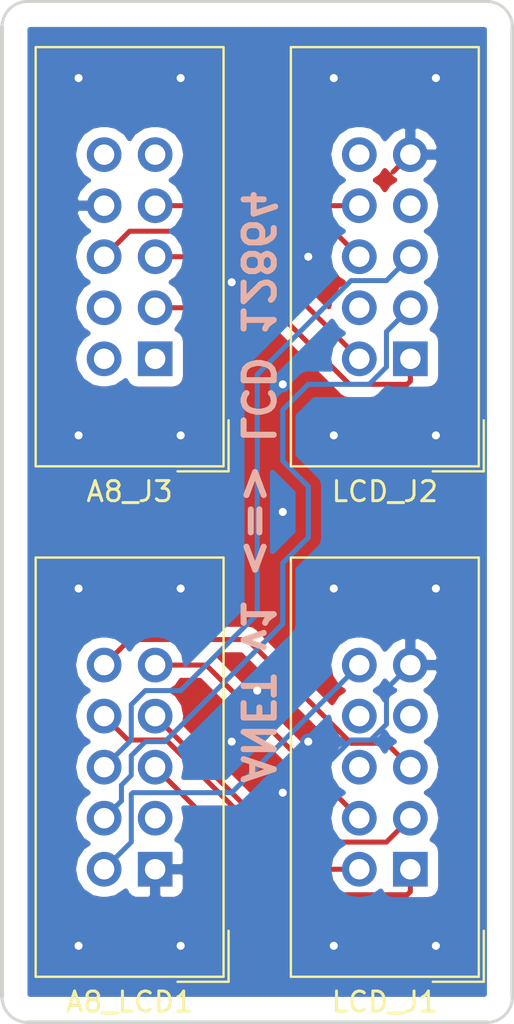
<source format=kicad_pcb>
(kicad_pcb (version 20171130) (host pcbnew 5.0.0+dfsg1-2)

  (general
    (thickness 1.6)
    (drawings 9)
    (tracks 97)
    (zones 0)
    (modules 4)
    (nets 26)
  )

  (page A4)
  (layers
    (0 F.Cu signal)
    (31 B.Cu signal)
    (32 B.Adhes user)
    (33 F.Adhes user)
    (34 B.Paste user)
    (35 F.Paste user)
    (36 B.SilkS user)
    (37 F.SilkS user)
    (38 B.Mask user)
    (39 F.Mask user)
    (40 Dwgs.User user)
    (41 Cmts.User user)
    (42 Eco1.User user)
    (43 Eco2.User user)
    (44 Edge.Cuts user)
    (45 Margin user)
    (46 B.CrtYd user)
    (47 F.CrtYd user)
    (48 B.Fab user)
    (49 F.Fab user)
  )

  (setup
    (last_trace_width 0.25)
    (trace_clearance 0.2)
    (zone_clearance 0.508)
    (zone_45_only no)
    (trace_min 0.2)
    (segment_width 0.2)
    (edge_width 0.15)
    (via_size 0.8)
    (via_drill 0.4)
    (via_min_size 0.4)
    (via_min_drill 0.3)
    (uvia_size 0.3)
    (uvia_drill 0.1)
    (uvias_allowed no)
    (uvia_min_size 0.2)
    (uvia_min_drill 0.1)
    (pcb_text_width 0.3)
    (pcb_text_size 1.5 1.5)
    (mod_edge_width 0.15)
    (mod_text_size 1 1)
    (mod_text_width 0.15)
    (pad_size 1.7272 1.7272)
    (pad_drill 1.016)
    (pad_to_mask_clearance 0.2)
    (aux_axis_origin 0 0)
    (visible_elements FFFFFF7F)
    (pcbplotparams
      (layerselection 0x010fc_ffffffff)
      (usegerberextensions false)
      (usegerberattributes false)
      (usegerberadvancedattributes false)
      (creategerberjobfile false)
      (excludeedgelayer true)
      (linewidth 0.100000)
      (plotframeref false)
      (viasonmask false)
      (mode 1)
      (useauxorigin false)
      (hpglpennumber 1)
      (hpglpenspeed 20)
      (hpglpendiameter 15.000000)
      (psnegative false)
      (psa4output false)
      (plotreference true)
      (plotvalue true)
      (plotinvisibletext false)
      (padsonsilk false)
      (subtractmaskfromsilk false)
      (outputformat 1)
      (mirror false)
      (drillshape 1)
      (scaleselection 1)
      (outputdirectory ""))
  )

  (net 0 "")
  (net 1 "Net-(A8_J3-Pad10)")
  (net 2 "Net-(A8_J3-Pad9)")
  (net 3 "Net-(A8_J3-Pad7)")
  (net 4 "Net-(A8_J3-Pad6)")
  (net 5 "Net-(A8_J3-Pad5)")
  (net 6 "Net-(A8_J3-Pad4)")
  (net 7 "Net-(A8_J3-Pad3)")
  (net 8 "Net-(A8_J3-Pad2)")
  (net 9 "Net-(A8_J3-Pad1)")
  (net 10 "Net-(A8_LCD1-Pad2)")
  (net 11 "Net-(A8_LCD1-Pad3)")
  (net 12 "Net-(A8_LCD1-Pad4)")
  (net 13 "Net-(A8_LCD1-Pad5)")
  (net 14 "Net-(A8_LCD1-Pad6)")
  (net 15 "Net-(A8_LCD1-Pad7)")
  (net 16 "Net-(A8_LCD1-Pad8)")
  (net 17 "Net-(A8_LCD1-Pad9)")
  (net 18 "Net-(A8_LCD1-Pad10)")
  (net 19 "Net-(LCD_J1-Pad6)")
  (net 20 "Net-(LCD_J1-Pad7)")
  (net 21 "Net-(LCD_J1-Pad8)")
  (net 22 "Net-(LCD_J2-Pad10)")
  (net 23 "Net-(LCD_J2-Pad7)")
  (net 24 "Net-(LCD_J2-Pad4)")
  (net 25 GND)

  (net_class Default "This is the default net class."
    (clearance 0.2)
    (trace_width 0.25)
    (via_dia 0.8)
    (via_drill 0.4)
    (uvia_dia 0.3)
    (uvia_drill 0.1)
    (add_net GND)
    (add_net "Net-(A8_J3-Pad1)")
    (add_net "Net-(A8_J3-Pad10)")
    (add_net "Net-(A8_J3-Pad2)")
    (add_net "Net-(A8_J3-Pad3)")
    (add_net "Net-(A8_J3-Pad4)")
    (add_net "Net-(A8_J3-Pad5)")
    (add_net "Net-(A8_J3-Pad6)")
    (add_net "Net-(A8_J3-Pad7)")
    (add_net "Net-(A8_J3-Pad9)")
    (add_net "Net-(A8_LCD1-Pad10)")
    (add_net "Net-(A8_LCD1-Pad2)")
    (add_net "Net-(A8_LCD1-Pad3)")
    (add_net "Net-(A8_LCD1-Pad4)")
    (add_net "Net-(A8_LCD1-Pad5)")
    (add_net "Net-(A8_LCD1-Pad6)")
    (add_net "Net-(A8_LCD1-Pad7)")
    (add_net "Net-(A8_LCD1-Pad8)")
    (add_net "Net-(A8_LCD1-Pad9)")
    (add_net "Net-(LCD_J1-Pad6)")
    (add_net "Net-(LCD_J1-Pad7)")
    (add_net "Net-(LCD_J1-Pad8)")
    (add_net "Net-(LCD_J2-Pad10)")
    (add_net "Net-(LCD_J2-Pad4)")
    (add_net "Net-(LCD_J2-Pad7)")
  )

  (module Connector_IDC:IDC-Header_2x05_P2.54mm_Vertical (layer F.Cu) (tedit 59DE0611) (tstamp 5C852838)
    (at 104.14 130.81 180)
    (descr "Through hole straight IDC box header, 2x05, 2.54mm pitch, double rows")
    (tags "Through hole IDC box header THT 2x05 2.54mm double row")
    (path /5C77C650)
    (fp_text reference LCD_J1 (at 1.27 -6.604 180) (layer F.SilkS)
      (effects (font (size 1 1) (thickness 0.15)))
    )
    (fp_text value LCD_J1 (at 1.27 16.764 180) (layer F.Fab)
      (effects (font (size 1 1) (thickness 0.15)))
    )
    (fp_text user %R (at 1.27 5.08 180) (layer F.Fab)
      (effects (font (size 1 1) (thickness 0.15)))
    )
    (fp_line (start 5.695 -5.1) (end 5.695 15.26) (layer F.Fab) (width 0.1))
    (fp_line (start 5.145 -4.56) (end 5.145 14.7) (layer F.Fab) (width 0.1))
    (fp_line (start -3.155 -5.1) (end -3.155 15.26) (layer F.Fab) (width 0.1))
    (fp_line (start -2.605 -4.56) (end -2.605 2.83) (layer F.Fab) (width 0.1))
    (fp_line (start -2.605 7.33) (end -2.605 14.7) (layer F.Fab) (width 0.1))
    (fp_line (start -2.605 2.83) (end -3.155 2.83) (layer F.Fab) (width 0.1))
    (fp_line (start -2.605 7.33) (end -3.155 7.33) (layer F.Fab) (width 0.1))
    (fp_line (start 5.695 -5.1) (end -3.155 -5.1) (layer F.Fab) (width 0.1))
    (fp_line (start 5.145 -4.56) (end -2.605 -4.56) (layer F.Fab) (width 0.1))
    (fp_line (start 5.695 15.26) (end -3.155 15.26) (layer F.Fab) (width 0.1))
    (fp_line (start 5.145 14.7) (end -2.605 14.7) (layer F.Fab) (width 0.1))
    (fp_line (start 5.695 -5.1) (end 5.145 -4.56) (layer F.Fab) (width 0.1))
    (fp_line (start 5.695 15.26) (end 5.145 14.7) (layer F.Fab) (width 0.1))
    (fp_line (start -3.155 -5.1) (end -2.605 -4.56) (layer F.Fab) (width 0.1))
    (fp_line (start -3.155 15.26) (end -2.605 14.7) (layer F.Fab) (width 0.1))
    (fp_line (start 5.95 -5.35) (end 5.95 15.51) (layer F.CrtYd) (width 0.05))
    (fp_line (start 5.95 15.51) (end -3.41 15.51) (layer F.CrtYd) (width 0.05))
    (fp_line (start -3.41 15.51) (end -3.41 -5.35) (layer F.CrtYd) (width 0.05))
    (fp_line (start -3.41 -5.35) (end 5.95 -5.35) (layer F.CrtYd) (width 0.05))
    (fp_line (start 5.945 -5.35) (end 5.945 15.51) (layer F.SilkS) (width 0.12))
    (fp_line (start 5.945 15.51) (end -3.405 15.51) (layer F.SilkS) (width 0.12))
    (fp_line (start -3.405 15.51) (end -3.405 -5.35) (layer F.SilkS) (width 0.12))
    (fp_line (start -3.405 -5.35) (end 5.945 -5.35) (layer F.SilkS) (width 0.12))
    (fp_line (start -3.655 -5.6) (end -3.655 -3.06) (layer F.SilkS) (width 0.12))
    (fp_line (start -3.655 -5.6) (end -1.115 -5.6) (layer F.SilkS) (width 0.12))
    (pad 1 thru_hole rect (at 0 0 180) (size 1.7272 1.7272) (drill 1.016) (layers *.Cu *.Mask)
      (net 13 "Net-(A8_LCD1-Pad5)"))
    (pad 2 thru_hole oval (at 2.54 0 180) (size 1.7272 1.7272) (drill 1.016) (layers *.Cu *.Mask)
      (net 16 "Net-(A8_LCD1-Pad8)"))
    (pad 3 thru_hole oval (at 0 2.54 180) (size 1.7272 1.7272) (drill 1.016) (layers *.Cu *.Mask)
      (net 15 "Net-(A8_LCD1-Pad7)"))
    (pad 4 thru_hole oval (at 2.54 2.54 180) (size 1.7272 1.7272) (drill 1.016) (layers *.Cu *.Mask)
      (net 17 "Net-(A8_LCD1-Pad9)"))
    (pad 5 thru_hole oval (at 0 5.08 180) (size 1.7272 1.7272) (drill 1.016) (layers *.Cu *.Mask)
      (net 18 "Net-(A8_LCD1-Pad10)"))
    (pad 6 thru_hole oval (at 2.54 5.08 180) (size 1.7272 1.7272) (drill 1.016) (layers *.Cu *.Mask)
      (net 19 "Net-(LCD_J1-Pad6)"))
    (pad 7 thru_hole oval (at 0 7.62 180) (size 1.7272 1.7272) (drill 1.016) (layers *.Cu *.Mask)
      (net 20 "Net-(LCD_J1-Pad7)"))
    (pad 8 thru_hole oval (at 2.54 7.62 180) (size 1.7272 1.7272) (drill 1.016) (layers *.Cu *.Mask)
      (net 21 "Net-(LCD_J1-Pad8)"))
    (pad 9 thru_hole oval (at 0 10.16 180) (size 1.7272 1.7272) (drill 1.016) (layers *.Cu *.Mask)
      (net 25 GND))
    (pad 10 thru_hole oval (at 2.54 10.16 180) (size 1.7272 1.7272) (drill 1.016) (layers *.Cu *.Mask)
      (net 10 "Net-(A8_LCD1-Pad2)"))
    (model ${KISYS3DMOD}/Connector_IDC.3dshapes/IDC-Header_2x05_P2.54mm_Vertical.wrl
      (at (xyz 0 0 0))
      (scale (xyz 1 1 1))
      (rotate (xyz 0 0 0))
    )
    (model /home/user/anet/pcb/AB2_HDR_M05-2V-S-3M.wrl
      (offset (xyz 1.25 -5.1 0.5))
      (scale (xyz 0.395 0.4 0.4))
      (rotate (xyz 0 0 90))
    )
  )

  (module Connector_IDC:IDC-Header_2x05_P2.54mm_Vertical (layer F.Cu) (tedit 5C76BC15) (tstamp 5C8527C4)
    (at 91.44 105.41 180)
    (descr "Through hole straight IDC box header, 2x05, 2.54mm pitch, double rows")
    (tags "Through hole IDC box header THT 2x05 2.54mm double row")
    (path /5C77C607)
    (fp_text reference A8_J3 (at 1.27 -6.604 180) (layer F.SilkS)
      (effects (font (size 1 1) (thickness 0.15)))
    )
    (fp_text value A8_J3 (at 1.27 16.764 180) (layer F.Fab)
      (effects (font (size 1 1) (thickness 0.15)))
    )
    (fp_line (start -3.655 -5.6) (end -1.115 -5.6) (layer F.SilkS) (width 0.12))
    (fp_line (start -3.655 -5.6) (end -3.655 -3.06) (layer F.SilkS) (width 0.12))
    (fp_line (start -3.405 -5.35) (end 5.945 -5.35) (layer F.SilkS) (width 0.12))
    (fp_line (start -3.405 15.51) (end -3.405 -5.35) (layer F.SilkS) (width 0.12))
    (fp_line (start 5.945 15.51) (end -3.405 15.51) (layer F.SilkS) (width 0.12))
    (fp_line (start 5.945 -5.35) (end 5.945 15.51) (layer F.SilkS) (width 0.12))
    (fp_line (start -3.41 -5.35) (end 5.95 -5.35) (layer F.CrtYd) (width 0.05))
    (fp_line (start -3.41 15.51) (end -3.41 -5.35) (layer F.CrtYd) (width 0.05))
    (fp_line (start 5.95 15.51) (end -3.41 15.51) (layer F.CrtYd) (width 0.05))
    (fp_line (start 5.95 -5.35) (end 5.95 15.51) (layer F.CrtYd) (width 0.05))
    (fp_line (start -3.155 15.26) (end -2.605 14.7) (layer F.Fab) (width 0.1))
    (fp_line (start -3.155 -5.1) (end -2.605 -4.56) (layer F.Fab) (width 0.1))
    (fp_line (start 5.695 15.26) (end 5.145 14.7) (layer F.Fab) (width 0.1))
    (fp_line (start 5.695 -5.1) (end 5.145 -4.56) (layer F.Fab) (width 0.1))
    (fp_line (start 5.145 14.7) (end -2.605 14.7) (layer F.Fab) (width 0.1))
    (fp_line (start 5.695 15.26) (end -3.155 15.26) (layer F.Fab) (width 0.1))
    (fp_line (start 5.145 -4.56) (end -2.605 -4.56) (layer F.Fab) (width 0.1))
    (fp_line (start 5.695 -5.1) (end -3.155 -5.1) (layer F.Fab) (width 0.1))
    (fp_line (start -2.605 7.33) (end -3.155 7.33) (layer F.Fab) (width 0.1))
    (fp_line (start -2.605 2.83) (end -3.155 2.83) (layer F.Fab) (width 0.1))
    (fp_line (start -2.605 7.33) (end -2.605 14.7) (layer F.Fab) (width 0.1))
    (fp_line (start -2.605 -4.56) (end -2.605 2.83) (layer F.Fab) (width 0.1))
    (fp_line (start -3.155 -5.1) (end -3.155 15.26) (layer F.Fab) (width 0.1))
    (fp_line (start 5.145 -4.56) (end 5.145 14.7) (layer F.Fab) (width 0.1))
    (fp_line (start 5.695 -5.1) (end 5.695 15.26) (layer F.Fab) (width 0.1))
    (fp_text user %R (at 1.27 5.08 180) (layer F.Fab)
      (effects (font (size 1 1) (thickness 0.15)))
    )
    (pad 10 thru_hole oval (at 2.54 10.16 180) (size 1.7272 1.7272) (drill 1.016) (layers *.Cu *.Mask)
      (net 1 "Net-(A8_J3-Pad10)"))
    (pad 9 thru_hole oval (at 0 10.16 180) (size 1.7272 1.7272) (drill 1.016) (layers *.Cu *.Mask)
      (net 2 "Net-(A8_J3-Pad9)"))
    (pad 8 thru_hole oval (at 2.54 7.62 180) (size 1.7272 1.7272) (drill 1.016) (layers *.Cu *.Mask)
      (net 25 GND))
    (pad 7 thru_hole oval (at 0 7.62 180) (size 1.7272 1.7272) (drill 1.016) (layers *.Cu *.Mask)
      (net 3 "Net-(A8_J3-Pad7)"))
    (pad 6 thru_hole oval (at 2.54 5.08 180) (size 1.7272 1.7272) (drill 1.016) (layers *.Cu *.Mask)
      (net 4 "Net-(A8_J3-Pad6)"))
    (pad 5 thru_hole oval (at 0 5.08 180) (size 1.7272 1.7272) (drill 1.016) (layers *.Cu *.Mask)
      (net 5 "Net-(A8_J3-Pad5)"))
    (pad 4 thru_hole oval (at 2.54 2.54 180) (size 1.7272 1.7272) (drill 1.016) (layers *.Cu *.Mask)
      (net 6 "Net-(A8_J3-Pad4)"))
    (pad 3 thru_hole oval (at 0 2.54 180) (size 1.7272 1.7272) (drill 1.016) (layers *.Cu *.Mask)
      (net 7 "Net-(A8_J3-Pad3)"))
    (pad 2 thru_hole oval (at 2.54 0 180) (size 1.7272 1.7272) (drill 1.016) (layers *.Cu *.Mask)
      (net 8 "Net-(A8_J3-Pad2)"))
    (pad 1 thru_hole rect (at 0 0 180) (size 1.7272 1.7272) (drill 1.016) (layers *.Cu *.Mask)
      (net 9 "Net-(A8_J3-Pad1)"))
    (model ${KISYS3DMOD}/Connector_IDC.3dshapes/IDC-Header_2x05_P2.54mm_Vertical.wrl
      (at (xyz 0 0 0))
      (scale (xyz 1 1 1))
      (rotate (xyz 0 0 0))
    )
    (model /home/user/anet/pcb/AB2_HDR_M05-2V-S-3M.wrl
      (offset (xyz 1.25 -5.1 0.5))
      (scale (xyz 0.395 0.4 0.4))
      (rotate (xyz 0 0 90))
    )
  )

  (module Connector_IDC:IDC-Header_2x05_P2.54mm_Vertical (layer F.Cu) (tedit 59DE0611) (tstamp 5C8527EC)
    (at 91.44 130.81 180)
    (descr "Through hole straight IDC box header, 2x05, 2.54mm pitch, double rows")
    (tags "Through hole IDC box header THT 2x05 2.54mm double row")
    (path /5C77C49F)
    (fp_text reference A8_LCD1 (at 1.27 -6.604 180) (layer F.SilkS)
      (effects (font (size 1 1) (thickness 0.15)))
    )
    (fp_text value A8_LCD (at 1.27 16.764 180) (layer F.Fab)
      (effects (font (size 1 1) (thickness 0.15)))
    )
    (fp_text user %R (at 1.27 5.08 180) (layer F.Fab)
      (effects (font (size 1 1) (thickness 0.15)))
    )
    (fp_line (start 5.695 -5.1) (end 5.695 15.26) (layer F.Fab) (width 0.1))
    (fp_line (start 5.145 -4.56) (end 5.145 14.7) (layer F.Fab) (width 0.1))
    (fp_line (start -3.155 -5.1) (end -3.155 15.26) (layer F.Fab) (width 0.1))
    (fp_line (start -2.605 -4.56) (end -2.605 2.83) (layer F.Fab) (width 0.1))
    (fp_line (start -2.605 7.33) (end -2.605 14.7) (layer F.Fab) (width 0.1))
    (fp_line (start -2.605 2.83) (end -3.155 2.83) (layer F.Fab) (width 0.1))
    (fp_line (start -2.605 7.33) (end -3.155 7.33) (layer F.Fab) (width 0.1))
    (fp_line (start 5.695 -5.1) (end -3.155 -5.1) (layer F.Fab) (width 0.1))
    (fp_line (start 5.145 -4.56) (end -2.605 -4.56) (layer F.Fab) (width 0.1))
    (fp_line (start 5.695 15.26) (end -3.155 15.26) (layer F.Fab) (width 0.1))
    (fp_line (start 5.145 14.7) (end -2.605 14.7) (layer F.Fab) (width 0.1))
    (fp_line (start 5.695 -5.1) (end 5.145 -4.56) (layer F.Fab) (width 0.1))
    (fp_line (start 5.695 15.26) (end 5.145 14.7) (layer F.Fab) (width 0.1))
    (fp_line (start -3.155 -5.1) (end -2.605 -4.56) (layer F.Fab) (width 0.1))
    (fp_line (start -3.155 15.26) (end -2.605 14.7) (layer F.Fab) (width 0.1))
    (fp_line (start 5.95 -5.35) (end 5.95 15.51) (layer F.CrtYd) (width 0.05))
    (fp_line (start 5.95 15.51) (end -3.41 15.51) (layer F.CrtYd) (width 0.05))
    (fp_line (start -3.41 15.51) (end -3.41 -5.35) (layer F.CrtYd) (width 0.05))
    (fp_line (start -3.41 -5.35) (end 5.95 -5.35) (layer F.CrtYd) (width 0.05))
    (fp_line (start 5.945 -5.35) (end 5.945 15.51) (layer F.SilkS) (width 0.12))
    (fp_line (start 5.945 15.51) (end -3.405 15.51) (layer F.SilkS) (width 0.12))
    (fp_line (start -3.405 15.51) (end -3.405 -5.35) (layer F.SilkS) (width 0.12))
    (fp_line (start -3.405 -5.35) (end 5.945 -5.35) (layer F.SilkS) (width 0.12))
    (fp_line (start -3.655 -5.6) (end -3.655 -3.06) (layer F.SilkS) (width 0.12))
    (fp_line (start -3.655 -5.6) (end -1.115 -5.6) (layer F.SilkS) (width 0.12))
    (pad 1 thru_hole rect (at 0 0 180) (size 1.7272 1.7272) (drill 1.016) (layers *.Cu *.Mask)
      (net 25 GND))
    (pad 2 thru_hole oval (at 2.54 0 180) (size 1.7272 1.7272) (drill 1.016) (layers *.Cu *.Mask)
      (net 10 "Net-(A8_LCD1-Pad2)"))
    (pad 3 thru_hole oval (at 0 2.54 180) (size 1.7272 1.7272) (drill 1.016) (layers *.Cu *.Mask)
      (net 11 "Net-(A8_LCD1-Pad3)"))
    (pad 4 thru_hole oval (at 2.54 2.54 180) (size 1.7272 1.7272) (drill 1.016) (layers *.Cu *.Mask)
      (net 12 "Net-(A8_LCD1-Pad4)"))
    (pad 5 thru_hole oval (at 0 5.08 180) (size 1.7272 1.7272) (drill 1.016) (layers *.Cu *.Mask)
      (net 13 "Net-(A8_LCD1-Pad5)"))
    (pad 6 thru_hole oval (at 2.54 5.08 180) (size 1.7272 1.7272) (drill 1.016) (layers *.Cu *.Mask)
      (net 14 "Net-(A8_LCD1-Pad6)"))
    (pad 7 thru_hole oval (at 0 7.62 180) (size 1.7272 1.7272) (drill 1.016) (layers *.Cu *.Mask)
      (net 15 "Net-(A8_LCD1-Pad7)"))
    (pad 8 thru_hole oval (at 2.54 7.62 180) (size 1.7272 1.7272) (drill 1.016) (layers *.Cu *.Mask)
      (net 16 "Net-(A8_LCD1-Pad8)"))
    (pad 9 thru_hole oval (at 0 10.16 180) (size 1.7272 1.7272) (drill 1.016) (layers *.Cu *.Mask)
      (net 17 "Net-(A8_LCD1-Pad9)"))
    (pad 10 thru_hole oval (at 2.54 10.16 180) (size 1.7272 1.7272) (drill 1.016) (layers *.Cu *.Mask)
      (net 18 "Net-(A8_LCD1-Pad10)"))
    (model ${KISYS3DMOD}/Connector_IDC.3dshapes/IDC-Header_2x05_P2.54mm_Vertical.wrl
      (at (xyz 0 0 0))
      (scale (xyz 1 1 1))
      (rotate (xyz 0 0 0))
    )
    (model /home/user/anet/pcb/AB2_HDR_M05-2V-S-3M.wrl
      (offset (xyz 1.25 -5.1 0.5))
      (scale (xyz 0.395 0.4 0.4))
      (rotate (xyz 0 0 90))
    )
  )

  (module Connector_IDC:IDC-Header_2x05_P2.54mm_Vertical (layer F.Cu) (tedit 5C76BC82) (tstamp 5C852860)
    (at 104.14 105.41 180)
    (descr "Through hole straight IDC box header, 2x05, 2.54mm pitch, double rows")
    (tags "Through hole IDC box header THT 2x05 2.54mm double row")
    (path /5C77C679)
    (fp_text reference LCD_J2 (at 1.27 -6.604 180) (layer F.SilkS)
      (effects (font (size 1 1) (thickness 0.15)))
    )
    (fp_text value LCD_J2 (at 1.27 16.764 180) (layer F.Fab)
      (effects (font (size 1 1) (thickness 0.15)))
    )
    (fp_text user %R (at 1.27 5.08 180) (layer F.Fab)
      (effects (font (size 1 1) (thickness 0.15)))
    )
    (fp_line (start 5.695 -5.1) (end 5.695 15.26) (layer F.Fab) (width 0.1))
    (fp_line (start 5.145 -4.56) (end 5.145 14.7) (layer F.Fab) (width 0.1))
    (fp_line (start -3.155 -5.1) (end -3.155 15.26) (layer F.Fab) (width 0.1))
    (fp_line (start -2.605 -4.56) (end -2.605 2.83) (layer F.Fab) (width 0.1))
    (fp_line (start -2.605 7.33) (end -2.605 14.7) (layer F.Fab) (width 0.1))
    (fp_line (start -2.605 2.83) (end -3.155 2.83) (layer F.Fab) (width 0.1))
    (fp_line (start -2.605 7.33) (end -3.155 7.33) (layer F.Fab) (width 0.1))
    (fp_line (start 5.695 -5.1) (end -3.155 -5.1) (layer F.Fab) (width 0.1))
    (fp_line (start 5.145 -4.56) (end -2.605 -4.56) (layer F.Fab) (width 0.1))
    (fp_line (start 5.695 15.26) (end -3.155 15.26) (layer F.Fab) (width 0.1))
    (fp_line (start 5.145 14.7) (end -2.605 14.7) (layer F.Fab) (width 0.1))
    (fp_line (start 5.695 -5.1) (end 5.145 -4.56) (layer F.Fab) (width 0.1))
    (fp_line (start 5.695 15.26) (end 5.145 14.7) (layer F.Fab) (width 0.1))
    (fp_line (start -3.155 -5.1) (end -2.605 -4.56) (layer F.Fab) (width 0.1))
    (fp_line (start -3.155 15.26) (end -2.605 14.7) (layer F.Fab) (width 0.1))
    (fp_line (start 5.95 -5.35) (end 5.95 15.51) (layer F.CrtYd) (width 0.05))
    (fp_line (start 5.95 15.51) (end -3.41 15.51) (layer F.CrtYd) (width 0.05))
    (fp_line (start -3.41 15.51) (end -3.41 -5.35) (layer F.CrtYd) (width 0.05))
    (fp_line (start -3.41 -5.35) (end 5.95 -5.35) (layer F.CrtYd) (width 0.05))
    (fp_line (start 5.945 -5.35) (end 5.945 15.51) (layer F.SilkS) (width 0.12))
    (fp_line (start 5.945 15.51) (end -3.405 15.51) (layer F.SilkS) (width 0.12))
    (fp_line (start -3.405 15.51) (end -3.405 -5.35) (layer F.SilkS) (width 0.12))
    (fp_line (start -3.405 -5.35) (end 5.945 -5.35) (layer F.SilkS) (width 0.12))
    (fp_line (start -3.655 -5.6) (end -3.655 -3.06) (layer F.SilkS) (width 0.12))
    (fp_line (start -3.655 -5.6) (end -1.115 -5.6) (layer F.SilkS) (width 0.12))
    (pad 1 thru_hole rect (at 0 0 180) (size 1.7272 1.7272) (drill 1.016) (layers *.Cu *.Mask)
      (net 7 "Net-(A8_J3-Pad3)"))
    (pad 2 thru_hole oval (at 2.54 0 180) (size 1.7272 1.7272) (drill 1.016) (layers *.Cu *.Mask)
      (net 5 "Net-(A8_J3-Pad5)"))
    (pad 3 thru_hole oval (at 0 2.54 180) (size 1.7272 1.7272) (drill 1.016) (layers *.Cu *.Mask)
      (net 12 "Net-(A8_LCD1-Pad4)"))
    (pad 4 thru_hole oval (at 2.54 2.54 180) (size 1.7272 1.7272) (drill 1.016) (layers *.Cu *.Mask)
      (net 24 "Net-(LCD_J2-Pad4)"))
    (pad 5 thru_hole oval (at 0 5.08 180) (size 1.7272 1.7272) (drill 1.016) (layers *.Cu *.Mask)
      (net 14 "Net-(A8_LCD1-Pad6)"))
    (pad 6 thru_hole oval (at 2.54 5.08 180) (size 1.7272 1.7272) (drill 1.016) (layers *.Cu *.Mask)
      (net 4 "Net-(A8_J3-Pad6)"))
    (pad 7 thru_hole oval (at 0 7.62 180) (size 1.7272 1.7272) (drill 1.016) (layers *.Cu *.Mask)
      (net 23 "Net-(LCD_J2-Pad7)"))
    (pad 8 thru_hole oval (at 2.54 7.62 180) (size 1.7272 1.7272) (drill 1.016) (layers *.Cu *.Mask)
      (net 3 "Net-(A8_J3-Pad7)"))
    (pad 9 thru_hole oval (at 0 10.16 180) (size 1.7272 1.7272) (drill 1.016) (layers *.Cu *.Mask)
      (net 25 GND))
    (pad 10 thru_hole oval (at 2.54 10.16 180) (size 1.7272 1.7272) (drill 1.016) (layers *.Cu *.Mask)
      (net 22 "Net-(LCD_J2-Pad10)"))
    (model ${KISYS3DMOD}/Connector_IDC.3dshapes/IDC-Header_2x05_P2.54mm_Vertical.wrl
      (at (xyz 0 0 0))
      (scale (xyz 1 1 1))
      (rotate (xyz 0 0 0))
    )
    (model /home/user/anet/pcb/AB2_HDR_M05-2V-S-3M.x3d
      (offset (xyz 1.25 -5.1 0.5))
      (scale (xyz 0.395 0.4 0.4))
      (rotate (xyz 0 0 90))
    )
  )

  (gr_text "ANET v1 <=> LCD 12864" (at 96.52 111.76 -90) (layer B.SilkS)
    (effects (font (size 1.5 1.5) (thickness 0.3)) (justify mirror))
  )
  (gr_arc (start 85.09 88.9) (end 85.09 87.63) (angle -90) (layer Edge.Cuts) (width 0.15))
  (gr_arc (start 85.09 137.16) (end 83.82 137.16) (angle -90) (layer Edge.Cuts) (width 0.15))
  (gr_arc (start 107.95 137.16) (end 107.95 138.43) (angle -90) (layer Edge.Cuts) (width 0.15))
  (gr_arc (start 107.95 88.9) (end 109.22 88.9) (angle -90) (layer Edge.Cuts) (width 0.15))
  (gr_line (start 85.09 87.63) (end 107.95 87.63) (layer Edge.Cuts) (width 0.15))
  (gr_line (start 83.82 137.16) (end 83.82 88.9) (layer Edge.Cuts) (width 0.2))
  (gr_line (start 107.95 138.43) (end 85.09 138.43) (layer Edge.Cuts) (width 0.2))
  (gr_line (start 109.22 88.9) (end 109.22 137.16) (layer Edge.Cuts) (width 0.2))

  (segment (start 103.276401 96.113599) (end 104.14 95.25) (width 0.25) (layer F.Cu) (net 25))
  (segment (start 91.44 97.79) (end 101.6 97.79) (width 0.25) (layer F.Cu) (net 3))
  (segment (start 88.9 100.33) (end 90.17 99.06) (width 0.25) (layer F.Cu) (net 4))
  (segment (start 100.33 99.06) (end 101.6 100.33) (width 0.25) (layer F.Cu) (net 4))
  (segment (start 90.17 99.06) (end 100.33 99.06) (width 0.25) (layer F.Cu) (net 4))
  (segment (start 96.52 100.33) (end 101.6 105.41) (width 0.25) (layer F.Cu) (net 5))
  (segment (start 91.44 100.33) (end 96.52 100.33) (width 0.25) (layer F.Cu) (net 5))
  (segment (start 104.14 106.5236) (end 104.14 105.41) (width 0.25) (layer F.Cu) (net 7))
  (segment (start 103.9836 106.68) (end 104.14 106.5236) (width 0.25) (layer F.Cu) (net 7))
  (segment (start 101.11087 106.68) (end 103.9836 106.68) (width 0.25) (layer F.Cu) (net 7))
  (segment (start 91.44 102.87) (end 97.30087 102.87) (width 0.25) (layer F.Cu) (net 7))
  (segment (start 97.30087 102.87) (end 101.11087 106.68) (width 0.25) (layer F.Cu) (net 7))
  (segment (start 103.276401 121.513599) (end 104.14 120.65) (width 0.25) (layer B.Cu) (net 25))
  (segment (start 102.951399 123.597731) (end 102.951399 121.838601) (width 0.25) (layer B.Cu) (net 25))
  (segment (start 102.170529 124.378601) (end 102.951399 123.597731) (width 0.25) (layer B.Cu) (net 25))
  (segment (start 101.192269 124.378601) (end 102.170529 124.378601) (width 0.25) (layer B.Cu) (net 25))
  (segment (start 102.951399 121.838601) (end 103.276401 121.513599) (width 0.25) (layer B.Cu) (net 25))
  (segment (start 94.76087 130.81) (end 101.192269 124.378601) (width 0.25) (layer B.Cu) (net 25))
  (segment (start 91.44 130.81) (end 94.76087 130.81) (width 0.25) (layer B.Cu) (net 25))
  (via (at 87.63 91.44) (size 0.8) (drill 0.4) (layers F.Cu B.Cu) (net 25))
  (via (at 92.71 91.44) (size 0.8) (drill 0.4) (layers F.Cu B.Cu) (net 25))
  (via (at 100.33 91.44) (size 0.8) (drill 0.4) (layers F.Cu B.Cu) (net 25))
  (via (at 105.41 91.44) (size 0.8) (drill 0.4) (layers F.Cu B.Cu) (net 25))
  (via (at 87.63 109.22) (size 0.8) (drill 0.4) (layers F.Cu B.Cu) (net 25))
  (via (at 92.71 109.22) (size 0.8) (drill 0.4) (layers F.Cu B.Cu) (net 25))
  (via (at 100.33 109.22) (size 0.8) (drill 0.4) (layers F.Cu B.Cu) (net 25))
  (via (at 105.41 109.22) (size 0.8) (drill 0.4) (layers F.Cu B.Cu) (net 25))
  (via (at 87.63 116.84) (size 0.8) (drill 0.4) (layers F.Cu B.Cu) (net 25))
  (via (at 92.71 116.84) (size 0.8) (drill 0.4) (layers F.Cu B.Cu) (net 25))
  (via (at 100.33 116.84) (size 0.8) (drill 0.4) (layers F.Cu B.Cu) (net 25))
  (via (at 105.41 116.84) (size 0.8) (drill 0.4) (layers F.Cu B.Cu) (net 25))
  (via (at 87.63 134.62) (size 0.8) (drill 0.4) (layers F.Cu B.Cu) (net 25))
  (via (at 92.71 134.62) (size 0.8) (drill 0.4) (layers F.Cu B.Cu) (net 25))
  (via (at 100.33 134.62) (size 0.8) (drill 0.4) (layers F.Cu B.Cu) (net 25))
  (via (at 105.41 134.62) (size 0.8) (drill 0.4) (layers F.Cu B.Cu) (net 25))
  (segment (start 90.251399 129.458601) (end 90.251399 127.081399) (width 0.25) (layer B.Cu) (net 10))
  (segment (start 88.9 130.81) (end 90.251399 129.458601) (width 0.25) (layer B.Cu) (net 10))
  (segment (start 90.251399 127.081399) (end 90.332798 127) (width 0.25) (layer B.Cu) (net 10))
  (segment (start 95.25 127) (end 101.6 120.65) (width 0.25) (layer B.Cu) (net 10))
  (segment (start 90.332798 127) (end 95.25 127) (width 0.25) (layer B.Cu) (net 10))
  (segment (start 90.251399 125.159471) (end 90.95087 124.46) (width 0.25) (layer B.Cu) (net 12))
  (segment (start 90.251399 126.137731) (end 90.251399 125.159471) (width 0.25) (layer B.Cu) (net 12))
  (segment (start 89.763599 126.625531) (end 90.251399 126.137731) (width 0.25) (layer B.Cu) (net 12))
  (segment (start 88.9 128.27) (end 89.763599 127.406401) (width 0.25) (layer B.Cu) (net 12))
  (segment (start 89.763599 127.406401) (end 89.763599 126.625531) (width 0.25) (layer B.Cu) (net 12))
  (segment (start 90.95087 124.46) (end 91.92913 124.46) (width 0.25) (layer B.Cu) (net 12))
  (segment (start 91.92913 124.46) (end 97.79 118.59913) (width 0.25) (layer B.Cu) (net 12))
  (segment (start 97.79 118.59913) (end 97.79 115.57) (width 0.25) (layer B.Cu) (net 12))
  (segment (start 97.79 115.57) (end 99.06 114.3) (width 0.25) (layer B.Cu) (net 12))
  (segment (start 99.06 114.3) (end 99.06 111.76) (width 0.25) (layer B.Cu) (net 12))
  (segment (start 99.06 111.76) (end 97.79 110.49) (width 0.25) (layer B.Cu) (net 12))
  (segment (start 97.79 110.49) (end 97.79 107.95) (width 0.25) (layer B.Cu) (net 12))
  (segment (start 97.79 107.95) (end 99.06 106.68) (width 0.25) (layer B.Cu) (net 12))
  (segment (start 102.951399 104.058601) (end 103.276401 103.733599) (width 0.25) (layer B.Cu) (net 12))
  (segment (start 102.951399 105.817731) (end 102.951399 104.058601) (width 0.25) (layer B.Cu) (net 12))
  (segment (start 103.276401 103.733599) (end 104.14 102.87) (width 0.25) (layer B.Cu) (net 12))
  (segment (start 102.08913 106.68) (end 102.951399 105.817731) (width 0.25) (layer B.Cu) (net 12))
  (segment (start 99.06 106.68) (end 102.08913 106.68) (width 0.25) (layer B.Cu) (net 12))
  (segment (start 104.14 131.9236) (end 104.14 130.81) (width 0.25) (layer F.Cu) (net 13))
  (segment (start 103.9836 132.08) (end 104.14 131.9236) (width 0.25) (layer F.Cu) (net 13))
  (segment (start 97.79 132.08) (end 103.9836 132.08) (width 0.25) (layer F.Cu) (net 13))
  (segment (start 91.44 125.73) (end 97.79 132.08) (width 0.25) (layer F.Cu) (net 13))
  (segment (start 90.251399 122.619471) (end 90.95087 121.92) (width 0.25) (layer B.Cu) (net 14))
  (segment (start 88.9 125.73) (end 90.251399 124.378601) (width 0.25) (layer B.Cu) (net 14))
  (segment (start 90.251399 124.378601) (end 90.251399 122.619471) (width 0.25) (layer B.Cu) (net 14))
  (segment (start 90.95087 121.92) (end 92.71 121.92) (width 0.25) (layer B.Cu) (net 14))
  (segment (start 103.276401 101.193599) (end 104.14 100.33) (width 0.25) (layer B.Cu) (net 14))
  (segment (start 102.951399 101.518601) (end 103.276401 101.193599) (width 0.25) (layer B.Cu) (net 14))
  (segment (start 101.192269 101.518601) (end 102.951399 101.518601) (width 0.25) (layer B.Cu) (net 14))
  (segment (start 96.52 106.19087) (end 101.192269 101.518601) (width 0.25) (layer B.Cu) (net 14))
  (segment (start 96.52 118.11) (end 96.52 106.19087) (width 0.25) (layer B.Cu) (net 14))
  (segment (start 92.71 121.92) (end 96.52 118.11) (width 0.25) (layer B.Cu) (net 14))
  (segment (start 102.951399 129.458601) (end 103.276401 129.133599) (width 0.25) (layer F.Cu) (net 15))
  (segment (start 103.276401 129.133599) (end 104.14 128.27) (width 0.25) (layer F.Cu) (net 15))
  (segment (start 97.708601 129.458601) (end 102.951399 129.458601) (width 0.25) (layer F.Cu) (net 15))
  (segment (start 91.44 123.19) (end 97.708601 129.458601) (width 0.25) (layer F.Cu) (net 15))
  (segment (start 100.378686 130.81) (end 101.6 130.81) (width 0.25) (layer F.Cu) (net 16))
  (segment (start 98.42359 130.81) (end 100.378686 130.81) (width 0.25) (layer F.Cu) (net 16))
  (segment (start 91.992191 124.378601) (end 98.42359 130.81) (width 0.25) (layer F.Cu) (net 16))
  (segment (start 90.088601 124.378601) (end 91.992191 124.378601) (width 0.25) (layer F.Cu) (net 16))
  (segment (start 88.9 123.19) (end 90.088601 124.378601) (width 0.25) (layer F.Cu) (net 16))
  (segment (start 93.98 120.65) (end 101.6 128.27) (width 0.25) (layer F.Cu) (net 17))
  (segment (start 91.44 120.65) (end 93.98 120.65) (width 0.25) (layer F.Cu) (net 17))
  (segment (start 103.276401 124.866401) (end 104.14 125.73) (width 0.25) (layer F.Cu) (net 18))
  (segment (start 102.951399 124.541399) (end 103.276401 124.866401) (width 0.25) (layer F.Cu) (net 18))
  (segment (start 101.192269 124.541399) (end 102.951399 124.541399) (width 0.25) (layer F.Cu) (net 18))
  (segment (start 96.03087 119.38) (end 101.192269 124.541399) (width 0.25) (layer F.Cu) (net 18))
  (segment (start 90.17 119.38) (end 96.03087 119.38) (width 0.25) (layer F.Cu) (net 18))
  (segment (start 88.9 120.65) (end 90.17 119.38) (width 0.25) (layer F.Cu) (net 18))
  (via (at 97.79 113.03) (size 0.8) (drill 0.4) (layers F.Cu B.Cu) (net 25))
  (via (at 95.25 101.6) (size 0.8) (drill 0.4) (layers F.Cu B.Cu) (net 25))
  (via (at 99.06 100.33) (size 0.8) (drill 0.4) (layers F.Cu B.Cu) (net 25))
  (via (at 95.25 124.46) (size 0.8) (drill 0.4) (layers F.Cu B.Cu) (net 25))
  (via (at 96.52 121.92) (size 0.8) (drill 0.4) (layers F.Cu B.Cu) (net 25))
  (via (at 97.79 127) (size 0.8) (drill 0.4) (layers F.Cu B.Cu) (net 25))
  (via (at 99.06 124.46) (size 0.8) (drill 0.4) (layers F.Cu B.Cu) (net 25))
  (via (at 97.79 106.68) (size 0.8) (drill 0.4) (layers F.Cu B.Cu) (net 25))

  (zone (net 25) (net_name GND) (layer F.Cu) (tstamp 0) (hatch edge 0.508)
    (connect_pads (clearance 0.508))
    (min_thickness 0.254)
    (fill yes (arc_segments 16) (thermal_gap 0.508) (thermal_bridge_width 0.508))
    (polygon
      (pts
        (xy 85.09 137.16) (xy 107.95 137.16) (xy 107.95 88.9) (xy 85.09 88.9)
      )
    )
    (filled_polygon
      (pts
        (xy 107.823 137.033) (xy 85.217 137.033) (xy 85.217 120.65) (xy 87.372041 120.65) (xy 87.48835 121.234725)
        (xy 87.81957 121.73043) (xy 88.103281 121.92) (xy 87.81957 122.10957) (xy 87.48835 122.605275) (xy 87.372041 123.19)
        (xy 87.48835 123.774725) (xy 87.81957 124.27043) (xy 88.103281 124.46) (xy 87.81957 124.64957) (xy 87.48835 125.145275)
        (xy 87.372041 125.73) (xy 87.48835 126.314725) (xy 87.81957 126.81043) (xy 88.103281 127) (xy 87.81957 127.18957)
        (xy 87.48835 127.685275) (xy 87.372041 128.27) (xy 87.48835 128.854725) (xy 87.81957 129.35043) (xy 88.103281 129.54)
        (xy 87.81957 129.72957) (xy 87.48835 130.225275) (xy 87.372041 130.81) (xy 87.48835 131.394725) (xy 87.81957 131.89043)
        (xy 88.315275 132.22165) (xy 88.752402 132.3086) (xy 89.047598 132.3086) (xy 89.484725 132.22165) (xy 89.979227 131.891234)
        (xy 90.038073 132.033299) (xy 90.216702 132.211927) (xy 90.450091 132.3086) (xy 91.15425 132.3086) (xy 91.313 132.14985)
        (xy 91.313 130.937) (xy 91.567 130.937) (xy 91.567 132.14985) (xy 91.72575 132.3086) (xy 92.429909 132.3086)
        (xy 92.663298 132.211927) (xy 92.841927 132.033299) (xy 92.9386 131.79991) (xy 92.9386 131.09575) (xy 92.77985 130.937)
        (xy 91.567 130.937) (xy 91.313 130.937) (xy 91.293 130.937) (xy 91.293 130.683) (xy 91.313 130.683)
        (xy 91.313 130.663) (xy 91.567 130.663) (xy 91.567 130.683) (xy 92.77985 130.683) (xy 92.9386 130.52425)
        (xy 92.9386 129.82009) (xy 92.841927 129.586701) (xy 92.663298 129.408073) (xy 92.521233 129.349228) (xy 92.85165 128.854725)
        (xy 92.957546 128.322348) (xy 97.199671 132.564473) (xy 97.242071 132.627929) (xy 97.493463 132.795904) (xy 97.715148 132.84)
        (xy 97.715152 132.84) (xy 97.789999 132.854888) (xy 97.864846 132.84) (xy 103.908753 132.84) (xy 103.9836 132.854888)
        (xy 104.058447 132.84) (xy 104.058452 132.84) (xy 104.280137 132.795904) (xy 104.531529 132.627929) (xy 104.573931 132.56447)
        (xy 104.62447 132.513931) (xy 104.687929 132.471529) (xy 104.788483 132.32104) (xy 105.0036 132.32104) (xy 105.251365 132.271757)
        (xy 105.461409 132.131409) (xy 105.601757 131.921365) (xy 105.65104 131.6736) (xy 105.65104 129.9464) (xy 105.601757 129.698635)
        (xy 105.461409 129.488591) (xy 105.251365 129.348243) (xy 105.225349 129.343068) (xy 105.55165 128.854725) (xy 105.667959 128.27)
        (xy 105.55165 127.685275) (xy 105.22043 127.18957) (xy 104.936719 127) (xy 105.22043 126.81043) (xy 105.55165 126.314725)
        (xy 105.667959 125.73) (xy 105.55165 125.145275) (xy 105.22043 124.64957) (xy 104.936719 124.46) (xy 105.22043 124.27043)
        (xy 105.55165 123.774725) (xy 105.667959 123.19) (xy 105.55165 122.605275) (xy 105.22043 122.10957) (xy 104.918979 121.908146)
        (xy 105.02849 121.856821) (xy 105.422688 121.424947) (xy 105.594958 121.009026) (xy 105.473817 120.777) (xy 104.267 120.777)
        (xy 104.267 120.797) (xy 104.013 120.797) (xy 104.013 120.777) (xy 103.993 120.777) (xy 103.993 120.523)
        (xy 104.013 120.523) (xy 104.013 119.315531) (xy 104.267 119.315531) (xy 104.267 120.523) (xy 105.473817 120.523)
        (xy 105.594958 120.290974) (xy 105.422688 119.875053) (xy 105.02849 119.443179) (xy 104.499027 119.195032) (xy 104.267 119.315531)
        (xy 104.013 119.315531) (xy 103.780973 119.195032) (xy 103.25151 119.443179) (xy 102.873037 119.857826) (xy 102.68043 119.56957)
        (xy 102.184725 119.23835) (xy 101.747598 119.1514) (xy 101.452402 119.1514) (xy 101.015275 119.23835) (xy 100.51957 119.56957)
        (xy 100.18835 120.065275) (xy 100.072041 120.65) (xy 100.18835 121.234725) (xy 100.51957 121.73043) (xy 100.803281 121.92)
        (xy 100.51957 122.10957) (xy 100.245467 122.519794) (xy 96.621201 118.89553) (xy 96.578799 118.832071) (xy 96.327407 118.664096)
        (xy 96.105722 118.62) (xy 96.105717 118.62) (xy 96.03087 118.605112) (xy 95.956023 118.62) (xy 90.244846 118.62)
        (xy 90.169999 118.605112) (xy 90.095152 118.62) (xy 90.095148 118.62) (xy 89.873463 118.664096) (xy 89.622071 118.832071)
        (xy 89.579671 118.895527) (xy 89.277974 119.197225) (xy 89.047598 119.1514) (xy 88.752402 119.1514) (xy 88.315275 119.23835)
        (xy 87.81957 119.56957) (xy 87.48835 120.065275) (xy 87.372041 120.65) (xy 85.217 120.65) (xy 85.217 95.25)
        (xy 87.372041 95.25) (xy 87.48835 95.834725) (xy 87.81957 96.33043) (xy 88.121021 96.531854) (xy 88.01151 96.583179)
        (xy 87.617312 97.015053) (xy 87.445042 97.430974) (xy 87.566183 97.663) (xy 88.773 97.663) (xy 88.773 97.643)
        (xy 89.027 97.643) (xy 89.027 97.663) (xy 89.047 97.663) (xy 89.047 97.917) (xy 89.027 97.917)
        (xy 89.027 97.937) (xy 88.773 97.937) (xy 88.773 97.917) (xy 87.566183 97.917) (xy 87.445042 98.149026)
        (xy 87.617312 98.564947) (xy 88.01151 98.996821) (xy 88.121021 99.048146) (xy 87.81957 99.24957) (xy 87.48835 99.745275)
        (xy 87.372041 100.33) (xy 87.48835 100.914725) (xy 87.81957 101.41043) (xy 88.103281 101.6) (xy 87.81957 101.78957)
        (xy 87.48835 102.285275) (xy 87.372041 102.87) (xy 87.48835 103.454725) (xy 87.81957 103.95043) (xy 88.103281 104.14)
        (xy 87.81957 104.32957) (xy 87.48835 104.825275) (xy 87.372041 105.41) (xy 87.48835 105.994725) (xy 87.81957 106.49043)
        (xy 88.315275 106.82165) (xy 88.752402 106.9086) (xy 89.047598 106.9086) (xy 89.484725 106.82165) (xy 89.973068 106.495349)
        (xy 89.978243 106.521365) (xy 90.118591 106.731409) (xy 90.328635 106.871757) (xy 90.5764 106.92104) (xy 92.3036 106.92104)
        (xy 92.551365 106.871757) (xy 92.761409 106.731409) (xy 92.901757 106.521365) (xy 92.95104 106.2736) (xy 92.95104 104.5464)
        (xy 92.901757 104.298635) (xy 92.761409 104.088591) (xy 92.551365 103.948243) (xy 92.525349 103.943068) (xy 92.734535 103.63)
        (xy 96.986069 103.63) (xy 100.520541 107.164473) (xy 100.562941 107.227929) (xy 100.626397 107.270329) (xy 100.814332 107.395904)
        (xy 100.862475 107.40548) (xy 101.036018 107.44) (xy 101.036022 107.44) (xy 101.11087 107.454888) (xy 101.185718 107.44)
        (xy 103.908753 107.44) (xy 103.9836 107.454888) (xy 104.058447 107.44) (xy 104.058452 107.44) (xy 104.280137 107.395904)
        (xy 104.531529 107.227929) (xy 104.573931 107.16447) (xy 104.62447 107.113931) (xy 104.687929 107.071529) (xy 104.788483 106.92104)
        (xy 105.0036 106.92104) (xy 105.251365 106.871757) (xy 105.461409 106.731409) (xy 105.601757 106.521365) (xy 105.65104 106.2736)
        (xy 105.65104 104.5464) (xy 105.601757 104.298635) (xy 105.461409 104.088591) (xy 105.251365 103.948243) (xy 105.225349 103.943068)
        (xy 105.55165 103.454725) (xy 105.667959 102.87) (xy 105.55165 102.285275) (xy 105.22043 101.78957) (xy 104.936719 101.6)
        (xy 105.22043 101.41043) (xy 105.55165 100.914725) (xy 105.667959 100.33) (xy 105.55165 99.745275) (xy 105.22043 99.24957)
        (xy 104.936719 99.06) (xy 105.22043 98.87043) (xy 105.55165 98.374725) (xy 105.667959 97.79) (xy 105.55165 97.205275)
        (xy 105.22043 96.70957) (xy 104.918979 96.508146) (xy 105.02849 96.456821) (xy 105.422688 96.024947) (xy 105.594958 95.609026)
        (xy 105.473817 95.377) (xy 104.267 95.377) (xy 104.267 95.397) (xy 104.013 95.397) (xy 104.013 95.377)
        (xy 103.993 95.377) (xy 103.993 95.123) (xy 104.013 95.123) (xy 104.013 93.915531) (xy 104.267 93.915531)
        (xy 104.267 95.123) (xy 105.473817 95.123) (xy 105.594958 94.890974) (xy 105.422688 94.475053) (xy 105.02849 94.043179)
        (xy 104.499027 93.795032) (xy 104.267 93.915531) (xy 104.013 93.915531) (xy 103.780973 93.795032) (xy 103.25151 94.043179)
        (xy 102.873037 94.457826) (xy 102.68043 94.16957) (xy 102.184725 93.83835) (xy 101.747598 93.7514) (xy 101.452402 93.7514)
        (xy 101.015275 93.83835) (xy 100.51957 94.16957) (xy 100.18835 94.665275) (xy 100.072041 95.25) (xy 100.18835 95.834725)
        (xy 100.51957 96.33043) (xy 100.803281 96.52) (xy 100.51957 96.70957) (xy 100.305465 97.03) (xy 92.734535 97.03)
        (xy 92.52043 96.70957) (xy 92.236719 96.52) (xy 92.52043 96.33043) (xy 92.85165 95.834725) (xy 92.967959 95.25)
        (xy 92.85165 94.665275) (xy 92.52043 94.16957) (xy 92.024725 93.83835) (xy 91.587598 93.7514) (xy 91.292402 93.7514)
        (xy 90.855275 93.83835) (xy 90.35957 94.16957) (xy 90.17 94.453281) (xy 89.98043 94.16957) (xy 89.484725 93.83835)
        (xy 89.047598 93.7514) (xy 88.752402 93.7514) (xy 88.315275 93.83835) (xy 87.81957 94.16957) (xy 87.48835 94.665275)
        (xy 87.372041 95.25) (xy 85.217 95.25) (xy 85.217 89.027) (xy 107.823 89.027)
      )
    )
    (filled_polygon
      (pts
        (xy 100.147224 127.892027) (xy 100.072041 128.27) (xy 100.157295 128.698601) (xy 98.023403 128.698601) (xy 92.892775 123.567974)
        (xy 92.967959 123.19) (xy 92.85165 122.605275) (xy 92.52043 122.10957) (xy 92.236719 121.92) (xy 92.52043 121.73043)
        (xy 92.734535 121.41) (xy 93.665199 121.41)
      )
    )
    (filled_polygon
      (pts
        (xy 100.401837 124.82577) (xy 100.18835 125.145275) (xy 100.082454 125.677651) (xy 94.570331 120.16553) (xy 94.553272 120.14)
        (xy 95.716069 120.14)
      )
    )
    (filled_polygon
      (pts
        (xy 100.147225 99.952026) (xy 100.072041 100.33) (xy 100.18835 100.914725) (xy 100.51957 101.41043) (xy 100.803281 101.6)
        (xy 100.51957 101.78957) (xy 100.18835 102.285275) (xy 100.082454 102.817652) (xy 97.110331 99.84553) (xy 97.093272 99.82)
        (xy 100.015199 99.82)
      )
    )
    (filled_polygon
      (pts
        (xy 97.225199 102.11) (xy 92.734535 102.11) (xy 92.52043 101.78957) (xy 92.236719 101.6) (xy 92.52043 101.41043)
        (xy 92.734535 101.09) (xy 96.205199 101.09)
      )
    )
    (filled_polygon
      (pts
        (xy 103.25151 96.456821) (xy 103.361021 96.508146) (xy 103.05957 96.70957) (xy 102.87 96.993281) (xy 102.68043 96.70957)
        (xy 102.396719 96.52) (xy 102.68043 96.33043) (xy 102.873037 96.042174)
      )
    )
  )
  (zone (net 25) (net_name GND) (layer B.Cu) (tstamp 5C76BAD8) (hatch edge 0.508)
    (connect_pads (clearance 0.508))
    (min_thickness 0.254)
    (fill yes (arc_segments 16) (thermal_gap 0.508) (thermal_bridge_width 0.508))
    (polygon
      (pts
        (xy 85.09 137.16) (xy 107.95 137.16) (xy 107.95 88.9) (xy 85.09 88.9)
      )
    )
    (filled_polygon
      (pts
        (xy 107.823 137.033) (xy 85.217 137.033) (xy 85.217 120.65) (xy 87.372041 120.65) (xy 87.48835 121.234725)
        (xy 87.81957 121.73043) (xy 88.103281 121.92) (xy 87.81957 122.10957) (xy 87.48835 122.605275) (xy 87.372041 123.19)
        (xy 87.48835 123.774725) (xy 87.81957 124.27043) (xy 88.103281 124.46) (xy 87.81957 124.64957) (xy 87.48835 125.145275)
        (xy 87.372041 125.73) (xy 87.48835 126.314725) (xy 87.81957 126.81043) (xy 88.103281 127) (xy 87.81957 127.18957)
        (xy 87.48835 127.685275) (xy 87.372041 128.27) (xy 87.48835 128.854725) (xy 87.81957 129.35043) (xy 88.103281 129.54)
        (xy 87.81957 129.72957) (xy 87.48835 130.225275) (xy 87.372041 130.81) (xy 87.48835 131.394725) (xy 87.81957 131.89043)
        (xy 88.315275 132.22165) (xy 88.752402 132.3086) (xy 89.047598 132.3086) (xy 89.484725 132.22165) (xy 89.979227 131.891234)
        (xy 90.038073 132.033299) (xy 90.216702 132.211927) (xy 90.450091 132.3086) (xy 91.15425 132.3086) (xy 91.313 132.14985)
        (xy 91.313 130.937) (xy 91.567 130.937) (xy 91.567 132.14985) (xy 91.72575 132.3086) (xy 92.429909 132.3086)
        (xy 92.663298 132.211927) (xy 92.841927 132.033299) (xy 92.9386 131.79991) (xy 92.9386 131.09575) (xy 92.77985 130.937)
        (xy 91.567 130.937) (xy 91.313 130.937) (xy 91.293 130.937) (xy 91.293 130.683) (xy 91.313 130.683)
        (xy 91.313 130.663) (xy 91.567 130.663) (xy 91.567 130.683) (xy 92.77985 130.683) (xy 92.9386 130.52425)
        (xy 92.9386 129.82009) (xy 92.841927 129.586701) (xy 92.663298 129.408073) (xy 92.521233 129.349228) (xy 92.85165 128.854725)
        (xy 92.967959 128.27) (xy 92.866514 127.76) (xy 95.175153 127.76) (xy 95.25 127.774888) (xy 95.324847 127.76)
        (xy 95.324852 127.76) (xy 95.546537 127.715904) (xy 95.797929 127.547929) (xy 95.840331 127.48447) (xy 100.082454 123.242348)
        (xy 100.18835 123.774725) (xy 100.51957 124.27043) (xy 100.803281 124.46) (xy 100.51957 124.64957) (xy 100.18835 125.145275)
        (xy 100.072041 125.73) (xy 100.18835 126.314725) (xy 100.51957 126.81043) (xy 100.803281 127) (xy 100.51957 127.18957)
        (xy 100.18835 127.685275) (xy 100.072041 128.27) (xy 100.18835 128.854725) (xy 100.51957 129.35043) (xy 100.803281 129.54)
        (xy 100.51957 129.72957) (xy 100.18835 130.225275) (xy 100.072041 130.81) (xy 100.18835 131.394725) (xy 100.51957 131.89043)
        (xy 101.015275 132.22165) (xy 101.452402 132.3086) (xy 101.747598 132.3086) (xy 102.184725 132.22165) (xy 102.673068 131.895349)
        (xy 102.678243 131.921365) (xy 102.818591 132.131409) (xy 103.028635 132.271757) (xy 103.2764 132.32104) (xy 105.0036 132.32104)
        (xy 105.251365 132.271757) (xy 105.461409 132.131409) (xy 105.601757 131.921365) (xy 105.65104 131.6736) (xy 105.65104 129.9464)
        (xy 105.601757 129.698635) (xy 105.461409 129.488591) (xy 105.251365 129.348243) (xy 105.225349 129.343068) (xy 105.55165 128.854725)
        (xy 105.667959 128.27) (xy 105.55165 127.685275) (xy 105.22043 127.18957) (xy 104.936719 127) (xy 105.22043 126.81043)
        (xy 105.55165 126.314725) (xy 105.667959 125.73) (xy 105.55165 125.145275) (xy 105.22043 124.64957) (xy 104.936719 124.46)
        (xy 105.22043 124.27043) (xy 105.55165 123.774725) (xy 105.667959 123.19) (xy 105.55165 122.605275) (xy 105.22043 122.10957)
        (xy 104.918979 121.908146) (xy 105.02849 121.856821) (xy 105.422688 121.424947) (xy 105.594958 121.009026) (xy 105.473817 120.777)
        (xy 104.267 120.777) (xy 104.267 120.797) (xy 104.013 120.797) (xy 104.013 120.777) (xy 103.993 120.777)
        (xy 103.993 120.523) (xy 104.013 120.523) (xy 104.013 119.315531) (xy 104.267 119.315531) (xy 104.267 120.523)
        (xy 105.473817 120.523) (xy 105.594958 120.290974) (xy 105.422688 119.875053) (xy 105.02849 119.443179) (xy 104.499027 119.195032)
        (xy 104.267 119.315531) (xy 104.013 119.315531) (xy 103.780973 119.195032) (xy 103.25151 119.443179) (xy 102.873037 119.857826)
        (xy 102.68043 119.56957) (xy 102.184725 119.23835) (xy 101.747598 119.1514) (xy 101.452402 119.1514) (xy 101.015275 119.23835)
        (xy 100.51957 119.56957) (xy 100.18835 120.065275) (xy 100.072041 120.65) (xy 100.147225 121.027974) (xy 94.935199 126.24)
        (xy 92.866514 126.24) (xy 92.967959 125.73) (xy 92.85165 125.145275) (xy 92.638162 124.825769) (xy 98.274473 119.189459)
        (xy 98.337929 119.147059) (xy 98.380924 119.082712) (xy 98.505904 118.895668) (xy 98.519781 118.825904) (xy 98.55 118.673982)
        (xy 98.55 118.673978) (xy 98.564888 118.59913) (xy 98.55 118.524282) (xy 98.55 115.884801) (xy 99.544473 114.890329)
        (xy 99.607929 114.847929) (xy 99.775904 114.596537) (xy 99.82 114.374852) (xy 99.82 114.374848) (xy 99.834888 114.300001)
        (xy 99.82 114.225154) (xy 99.82 111.834846) (xy 99.834888 111.759999) (xy 99.82 111.685152) (xy 99.82 111.685148)
        (xy 99.775904 111.463463) (xy 99.607929 111.212071) (xy 99.544473 111.169671) (xy 98.55 110.175199) (xy 98.55 108.264801)
        (xy 99.374802 107.44) (xy 102.014283 107.44) (xy 102.08913 107.454888) (xy 102.163977 107.44) (xy 102.163982 107.44)
        (xy 102.385667 107.395904) (xy 102.637059 107.227929) (xy 102.679461 107.16447) (xy 102.994789 106.849142) (xy 103.028635 106.871757)
        (xy 103.2764 106.92104) (xy 105.0036 106.92104) (xy 105.251365 106.871757) (xy 105.461409 106.731409) (xy 105.601757 106.521365)
        (xy 105.65104 106.2736) (xy 105.65104 104.5464) (xy 105.601757 104.298635) (xy 105.461409 104.088591) (xy 105.251365 103.948243)
        (xy 105.225349 103.943068) (xy 105.55165 103.454725) (xy 105.667959 102.87) (xy 105.55165 102.285275) (xy 105.22043 101.78957)
        (xy 104.936719 101.6) (xy 105.22043 101.41043) (xy 105.55165 100.914725) (xy 105.667959 100.33) (xy 105.55165 99.745275)
        (xy 105.22043 99.24957) (xy 104.936719 99.06) (xy 105.22043 98.87043) (xy 105.55165 98.374725) (xy 105.667959 97.79)
        (xy 105.55165 97.205275) (xy 105.22043 96.70957) (xy 104.918979 96.508146) (xy 105.02849 96.456821) (xy 105.422688 96.024947)
        (xy 105.594958 95.609026) (xy 105.473817 95.377) (xy 104.267 95.377) (xy 104.267 95.397) (xy 104.013 95.397)
        (xy 104.013 95.377) (xy 103.993 95.377) (xy 103.993 95.123) (xy 104.013 95.123) (xy 104.013 93.915531)
        (xy 104.267 93.915531) (xy 104.267 95.123) (xy 105.473817 95.123) (xy 105.594958 94.890974) (xy 105.422688 94.475053)
        (xy 105.02849 94.043179) (xy 104.499027 93.795032) (xy 104.267 93.915531) (xy 104.013 93.915531) (xy 103.780973 93.795032)
        (xy 103.25151 94.043179) (xy 102.873037 94.457826) (xy 102.68043 94.16957) (xy 102.184725 93.83835) (xy 101.747598 93.7514)
        (xy 101.452402 93.7514) (xy 101.015275 93.83835) (xy 100.51957 94.16957) (xy 100.18835 94.665275) (xy 100.072041 95.25)
        (xy 100.18835 95.834725) (xy 100.51957 96.33043) (xy 100.803281 96.52) (xy 100.51957 96.70957) (xy 100.18835 97.205275)
        (xy 100.072041 97.79) (xy 100.18835 98.374725) (xy 100.51957 98.87043) (xy 100.803281 99.06) (xy 100.51957 99.24957)
        (xy 100.18835 99.745275) (xy 100.072041 100.33) (xy 100.18835 100.914725) (xy 100.401837 101.234231) (xy 96.035528 105.600541)
        (xy 95.972072 105.642941) (xy 95.929672 105.706397) (xy 95.929671 105.706398) (xy 95.804097 105.894333) (xy 95.745112 106.19087)
        (xy 95.760001 106.265722) (xy 95.76 117.795198) (xy 92.957546 120.597652) (xy 92.85165 120.065275) (xy 92.52043 119.56957)
        (xy 92.024725 119.23835) (xy 91.587598 119.1514) (xy 91.292402 119.1514) (xy 90.855275 119.23835) (xy 90.35957 119.56957)
        (xy 90.17 119.853281) (xy 89.98043 119.56957) (xy 89.484725 119.23835) (xy 89.047598 119.1514) (xy 88.752402 119.1514)
        (xy 88.315275 119.23835) (xy 87.81957 119.56957) (xy 87.48835 120.065275) (xy 87.372041 120.65) (xy 85.217 120.65)
        (xy 85.217 95.25) (xy 87.372041 95.25) (xy 87.48835 95.834725) (xy 87.81957 96.33043) (xy 88.121021 96.531854)
        (xy 88.01151 96.583179) (xy 87.617312 97.015053) (xy 87.445042 97.430974) (xy 87.566183 97.663) (xy 88.773 97.663)
        (xy 88.773 97.643) (xy 89.027 97.643) (xy 89.027 97.663) (xy 89.047 97.663) (xy 89.047 97.917)
        (xy 89.027 97.917) (xy 89.027 97.937) (xy 88.773 97.937) (xy 88.773 97.917) (xy 87.566183 97.917)
        (xy 87.445042 98.149026) (xy 87.617312 98.564947) (xy 88.01151 98.996821) (xy 88.121021 99.048146) (xy 87.81957 99.24957)
        (xy 87.48835 99.745275) (xy 87.372041 100.33) (xy 87.48835 100.914725) (xy 87.81957 101.41043) (xy 88.103281 101.6)
        (xy 87.81957 101.78957) (xy 87.48835 102.285275) (xy 87.372041 102.87) (xy 87.48835 103.454725) (xy 87.81957 103.95043)
        (xy 88.103281 104.14) (xy 87.81957 104.32957) (xy 87.48835 104.825275) (xy 87.372041 105.41) (xy 87.48835 105.994725)
        (xy 87.81957 106.49043) (xy 88.315275 106.82165) (xy 88.752402 106.9086) (xy 89.047598 106.9086) (xy 89.484725 106.82165)
        (xy 89.973068 106.495349) (xy 89.978243 106.521365) (xy 90.118591 106.731409) (xy 90.328635 106.871757) (xy 90.5764 106.92104)
        (xy 92.3036 106.92104) (xy 92.551365 106.871757) (xy 92.761409 106.731409) (xy 92.901757 106.521365) (xy 92.95104 106.2736)
        (xy 92.95104 104.5464) (xy 92.901757 104.298635) (xy 92.761409 104.088591) (xy 92.551365 103.948243) (xy 92.525349 103.943068)
        (xy 92.85165 103.454725) (xy 92.967959 102.87) (xy 92.85165 102.285275) (xy 92.52043 101.78957) (xy 92.236719 101.6)
        (xy 92.52043 101.41043) (xy 92.85165 100.914725) (xy 92.967959 100.33) (xy 92.85165 99.745275) (xy 92.52043 99.24957)
        (xy 92.236719 99.06) (xy 92.52043 98.87043) (xy 92.85165 98.374725) (xy 92.967959 97.79) (xy 92.85165 97.205275)
        (xy 92.52043 96.70957) (xy 92.236719 96.52) (xy 92.52043 96.33043) (xy 92.85165 95.834725) (xy 92.967959 95.25)
        (xy 92.85165 94.665275) (xy 92.52043 94.16957) (xy 92.024725 93.83835) (xy 91.587598 93.7514) (xy 91.292402 93.7514)
        (xy 90.855275 93.83835) (xy 90.35957 94.16957) (xy 90.17 94.453281) (xy 89.98043 94.16957) (xy 89.484725 93.83835)
        (xy 89.047598 93.7514) (xy 88.752402 93.7514) (xy 88.315275 93.83835) (xy 87.81957 94.16957) (xy 87.48835 94.665275)
        (xy 87.372041 95.25) (xy 85.217 95.25) (xy 85.217 89.027) (xy 107.823 89.027)
      )
    )
    (filled_polygon
      (pts
        (xy 103.05957 124.27043) (xy 103.343281 124.46) (xy 103.05957 124.64957) (xy 102.87 124.933281) (xy 102.68043 124.64957)
        (xy 102.396719 124.46) (xy 102.68043 124.27043) (xy 102.87 123.986719)
      )
    )
    (filled_polygon
      (pts
        (xy 103.25151 121.856821) (xy 103.361021 121.908146) (xy 103.05957 122.10957) (xy 102.87 122.393281) (xy 102.68043 122.10957)
        (xy 102.396719 121.92) (xy 102.68043 121.73043) (xy 102.873037 121.442174)
      )
    )
    (filled_polygon
      (pts
        (xy 97.30553 111.080331) (xy 98.300001 112.074803) (xy 98.3 113.985198) (xy 97.305528 114.979671) (xy 97.28 114.996728)
        (xy 97.28 111.063272)
      )
    )
    (filled_polygon
      (pts
        (xy 100.51957 103.95043) (xy 100.803281 104.14) (xy 100.51957 104.32957) (xy 100.18835 104.825275) (xy 100.072041 105.41)
        (xy 100.173486 105.92) (xy 99.134846 105.92) (xy 99.059999 105.905112) (xy 98.985152 105.92) (xy 98.985148 105.92)
        (xy 98.763463 105.964096) (xy 98.512071 106.132071) (xy 98.469671 106.195527) (xy 97.305528 107.359671) (xy 97.28 107.376728)
        (xy 97.28 106.505671) (xy 100.245466 103.540205)
      )
    )
  )
)

</source>
